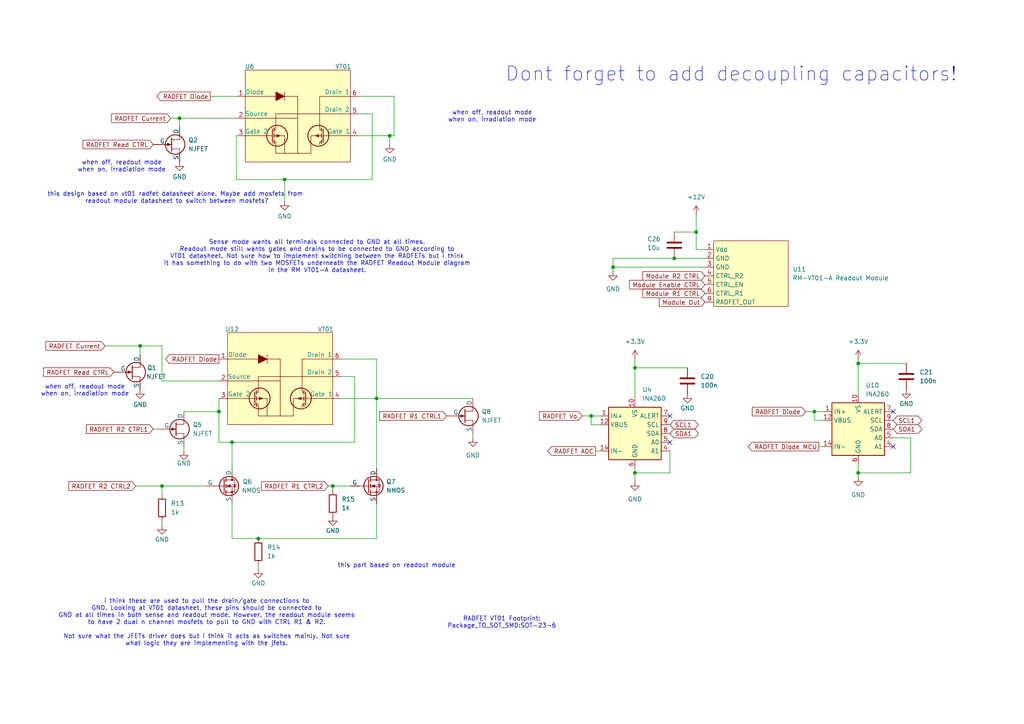
<source format=kicad_sch>
(kicad_sch (version 20250114) (generator "eeschema") (generator_version "9.0")
  (paper "A4")
  (lib_symbols
    (symbol "Cygnet Skywalker v1:RM_VT01_A_RADFET Readout Module"
      (property "Reference" "U" (at 0 3.556 0))
      (symbol "RM_VT01_A_RADFET Readout Module_1_1"
        (rectangle (start -10.16 2.54) (end 11.43 -16.51) (fill (type background)))
        (pin input line (at -12.7 0 0) (length 2.54) (name "Vdd") (number "1"))
        (pin output line (at -12.7 -2.54 0) (length 2.54) (name "GND") (number "2"))
        (pin output line (at -12.7 -5.08 0) (length 2.54) (name "GND") (number "3"))
        (pin input line (at -12.7 -7.62 0) (length 2.54) (name "CTRL_R2") (number "4"))
        (pin input line (at -12.7 -10.16 0) (length 2.54) (name "CTRL_EN") (number "5"))
        (pin input line (at -12.7 -12.7 0) (length 2.54) (name "CTRL_R1") (number "6"))
        (pin output line (at -12.7 -15.24 0) (length 2.54) (name "RADFET_OUT") (number "9"))
      )
    )
    (symbol "Device:C" (pin_numbers (hide yes)) (pin_names (offset 0.254))
      (property "Reference" "C" (at 0.635 2.54 0))
      (property "Value" "C" (at 0.635 -2.54 0))
      (symbol "C_0_1"
        (polyline (pts (xy -2.032 0.762) (xy 2.032 0.762)) (stroke (width 0.508)))
        (polyline (pts (xy -2.032 -0.762) (xy 2.032 -0.762)) (stroke (width 0.508)))
      )
      (symbol "C_1_1"
        (pin passive line (at 0 3.81 270) (length 2.794) (name "~") (number "1"))
        (pin passive line (at 0 -3.81 90) (length 2.794) (name "~") (number "2"))
      )
    )
    (symbol "Device:R" (pin_numbers (hide yes)) (pin_names (offset 0))
      (property "Reference" "R" (at 2.032 0 90))
      (property "Value" "R" (at 0 0 90))
      (symbol "R_0_1"
        (rectangle (start -1.016 -2.54) (end 1.016 2.54) (stroke (width 0.254)))
      )
      (symbol "R_1_1"
        (pin passive line (at 0 3.81 270) (length 1.27) (name "~") (number "1"))
        (pin passive line (at 0 -3.81 90) (length 1.27) (name "~") (number "2"))
      )
    )
    (symbol "Sensor:INA260"
      (property "Reference" "U" (at -6.35 8.89 0))
      (property "Value" "INA260" (at 2.54 8.89 0))
      (symbol "INA260_0_1"
        (rectangle (start -7.62 7.62) (end 7.62 -7.62) (stroke (width 0.254)) (fill (type background)))
      )
      (symbol "INA260_1_1"
        (pin passive line (at -10.16 5.08 0) (length 2.54) (name "IN+") (number "1"))
        (pin passive line (at -10.16 5.08 0) (length 2.54) (hide yes) (name "IN+") (number "2"))
        (pin passive line (at -10.16 5.08 0) (length 2.54) (hide yes) (name "IN+") (number "3"))
        (pin passive line (at -10.16 2.54 0) (length 2.54) (name "VBUS") (number "12"))
        (pin passive line (at -10.16 -5.08 0) (length 2.54) (name "IN-") (number "14"))
        (pin passive line (at -10.16 -5.08 0) (length 2.54) (hide yes) (name "IN-") (number "15"))
        (pin passive line (at -10.16 -5.08 0) (length 2.54) (hide yes) (name "IN-") (number "16"))
        (pin power_in line (at 0 10.16 270) (length 2.54) (name "VS") (number "10"))
        (pin passive line (at 0 -10.16 90) (length 2.54) (hide yes) (name "GND") (number "11"))
        (pin power_in line (at 0 -10.16 90) (length 2.54) (name "GND") (number "6"))
        (pin no_connect line (at 2.54 -7.62 90) (length 2.54) (hide yes) (name "NC") (number "13"))
        (pin open_collector line (at 10.16 5.08 180) (length 2.54) (name "ALERT") (number "7"))
        (pin input line (at 10.16 2.54 180) (length 2.54) (name "SCL") (number "9"))
        (pin bidirectional line (at 10.16 0 180) (length 2.54) (name "SDA") (number "8"))
        (pin input line (at 10.16 -2.54 180) (length 2.54) (name "A0") (number "5"))
        (pin input line (at 10.16 -5.08 180) (length 2.54) (name "A1") (number "4"))
      )
    )
    (symbol "Simulation_SPICE:NJFET" (pin_numbers (hide yes)) (pin_names (offset 0))
      (property "Reference" "Q" (at 5.08 1.27 0))
      (property "Value" "NJFET" (at 5.08 -1.27 0))
      (symbol "NJFET_0_1"
        (polyline (pts (xy 0 0) (xy -1.016 0.381) (xy -1.016 -0.381) (xy 0 0)) (fill (type outline)))
        (polyline (pts (xy 0.254 1.905) (xy 0.254 -1.905) (xy 0.254 -1.905)) (stroke (width 0.254)))
        (circle (center 1.27 0) (radius 2.8194) (stroke (width 0.254)))
        (polyline (pts (xy 2.54 2.54) (xy 2.54 1.397) (xy 0.254 1.397)))
        (polyline (pts (xy 2.54 -2.54) (xy 2.54 -1.27) (xy 0.254 -1.27)))
      )
      (symbol "NJFET_1_1"
        (pin input line (at -5.08 0 0) (length 5.334) (name "G") (number "2"))
        (pin passive line (at 2.54 5.08 270) (length 2.54) (name "D") (number "1"))
        (pin passive line (at 2.54 -5.08 90) (length 2.54) (name "S") (number "3"))
      )
    )
    (symbol "Simulation_SPICE:NMOS" (pin_numbers (hide yes)) (pin_names (offset 0))
      (property "Reference" "Q" (at 5.08 1.27 0))
      (property "Value" "NMOS" (at 5.08 -1.27 0))
      (symbol "NMOS_0_1"
        (polyline (pts (xy 0.254 1.905) (xy 0.254 -1.905)) (stroke (width 0.254)))
        (polyline (pts (xy 0.254 0) (xy -2.54 0)))
        (polyline (pts (xy 0.762 2.286) (xy 0.762 1.27)) (stroke (width 0.254)))
        (polyline (pts (xy 0.762 0.508) (xy 0.762 -0.508)) (stroke (width 0.254)))
        (polyline (pts (xy 0.762 -1.27) (xy 0.762 -2.286)) (stroke (width 0.254)))
        (polyline (pts (xy 0.762 -1.778) (xy 3.302 -1.778) (xy 3.302 1.778) (xy 0.762 1.778)))
        (polyline (pts (xy 1.016 0) (xy 2.032 0.381) (xy 2.032 -0.381) (xy 1.016 0)) (fill (type outline)))
        (circle (center 1.651 0) (radius 2.794) (stroke (width 0.254)))
        (polyline (pts (xy 2.54 2.54) (xy 2.54 1.778)))
        (circle (center 2.54 1.778) (radius 0.254) (fill (type outline)))
        (circle (center 2.54 -1.778) (radius 0.254) (fill (type outline)))
        (polyline (pts (xy 2.54 -2.54) (xy 2.54 0) (xy 0.762 0)))
        (polyline (pts (xy 2.794 0.508) (xy 2.921 0.381) (xy 3.683 0.381) (xy 3.81 0.254)))
        (polyline (pts (xy 3.302 0.381) (xy 2.921 -0.254) (xy 3.683 -0.254) (xy 3.302 0.381)))
      )
      (symbol "NMOS_1_1"
        (pin input line (at -5.08 0 0) (length 2.54) (name "G") (number "2"))
        (pin passive line (at 2.54 5.08 270) (length 2.54) (name "D") (number "1"))
        (pin passive line (at 2.54 -5.08 90) (length 2.54) (name "S") (number "3"))
      )
    )
    (symbol "Varadis_RADFETs:VT01" (pin_names (offset 0))
      (property "Reference" "U" (at -15.494 14.224 0))
      (property "Value" "VT01" (at 10.668 -15.494 0))
      (symbol "VT01_0_1"
        (polyline (pts (xy -15.24 5.08) (xy -6.35 5.08)))
        (polyline (pts (xy -7.366 -4.445) (xy -7.366 -8.255)) (stroke (width 0.254)))
        (polyline (pts (xy -7.366 -6.35) (xy -10.16 -6.35)))
        (polyline (pts (xy -6.858 -4.064) (xy -6.858 -5.08)) (stroke (width 0.254)))
        (polyline (pts (xy -6.858 -4.572) (xy -6.35 -4.572) (xy -6.35 -3.81)))
        (polyline (pts (xy -6.858 -5.842) (xy -6.858 -6.858)) (stroke (width 0.254)))
        (polyline (pts (xy -6.858 -7.62) (xy -6.858 -8.636)) (stroke (width 0.254)))
        (polyline (pts (xy -6.35 0) (xy 12.7 0)))
        (polyline (pts (xy -6.35 -3.81) (xy -6.35 0)))
        (polyline (pts (xy -6.35 -11.43) (xy -6.35 -8.128) (xy -6.858 -8.128)))
        (circle (center -5.969 -6.35) (radius 3.0294) (stroke (width 0.254)))
        (polyline (pts (xy -5.08 -6.35) (xy -6.096 -5.969) (xy -6.096 -6.731) (xy -5.08 -6.35)) (fill (type outline)))
        (polyline (pts (xy -3.81 6.35) (xy -3.81 3.81)))
        (polyline (pts (xy -3.81 5.08) (xy 0 5.08)))
        (polyline (pts (xy -3.81 -11.43) (xy -3.81 -6.35) (xy -6.858 -6.35)))
        (polyline (pts (xy 0 -1.27) (xy -15.24 -1.27)))
        (polyline (pts (xy 0 -11.43) (xy 0 5.08)))
        (polyline (pts (xy 3.81 -11.43) (xy 3.81 -6.35) (xy 6.858 -6.35)))
        (polyline (pts (xy 5.08 -6.35) (xy 6.096 -5.969) (xy 6.096 -6.731) (xy 5.08 -6.35)) (fill (type outline)))
        (circle (center 5.969 -6.35) (radius 3.0294) (stroke (width 0.254)))
        (polyline (pts (xy 6.35 5.08) (xy 15.24 5.08)))
        (polyline (pts (xy 6.35 -3.81) (xy 6.35 5.08)))
        (polyline (pts (xy 6.35 -8.89) (xy 6.35 -8.128) (xy 6.858 -8.128)))
        (polyline (pts (xy 6.858 -4.064) (xy 6.858 -5.08)) (stroke (width 0.254)))
        (polyline (pts (xy 6.858 -4.572) (xy 6.35 -4.572) (xy 6.35 -3.81)))
        (polyline (pts (xy 6.858 -5.842) (xy 6.858 -6.858)) (stroke (width 0.254)))
        (polyline (pts (xy 6.858 -7.62) (xy 6.858 -8.636)) (stroke (width 0.254)))
        (polyline (pts (xy 7.366 -4.445) (xy 7.366 -8.255)) (stroke (width 0.254)))
        (polyline (pts (xy 7.366 -6.35) (xy 10.16 -6.35)))
      )
      (symbol "VT01_1_1"
        (rectangle (start -15.24 12.7) (end 15.24 -13.97) (fill (type background)))
        (polyline (pts (xy -10.16 -6.35) (xy -15.24 -6.35)))
        (polyline (pts (xy -6.35 5.08) (xy -6.35 6.35) (xy -3.81 5.08) (xy -6.35 3.81) (xy -6.35 5.08)) (fill (type outline)))
        (polyline (pts (xy -6.35 -11.43) (xy 3.81 -11.43)))
        (polyline (pts (xy 10.16 -6.35) (xy 15.24 -6.35)))
        (polyline (pts (xy 12.7 0) (xy 15.24 0)))
        (text "Diode" (at -12.446 6.35 0) (effects (font (size 1.27 1.27))))
        (text "Source\n" (at -11.938 0 0) (effects (font (size 1.27 1.27))))
        (text "Gate 2" (at -11.938 -5.08 0) (effects (font (size 1.27 1.27))))
        (text "Drain 1" (at 11.43 6.35 0) (effects (font (size 1.27 1.27))))
        (text "Drain 2\n" (at 11.43 1.27 0) (effects (font (size 1.27 1.27))))
        (text "Gate 1" (at 11.938 -5.08 0) (effects (font (size 1.27 1.27))))
        (pin passive line (at -17.78 5.08 0) (length 2.54) (name "") (number "1"))
        (pin passive line (at -17.78 -1.27 0) (length 2.54) (name "") (number "2"))
        (pin passive line (at -17.78 -6.35 0) (length 2.54) (name "") (number "3"))
        (pin passive line (at 17.78 5.08 180) (length 2.54) (name "") (number "6"))
        (pin passive line (at 17.78 0 180) (length 2.54) (name "") (number "5"))
        (pin passive line (at 17.78 -6.35 180) (length 2.54) (name "") (number "4"))
      )
    )
    (symbol "power:+12V" (power) (pin_numbers (hide yes)) (pin_names (offset 0) (hide yes))
      (property "Value" "+12V" (at 0 3.556 0))
      (symbol "+12V_0_1"
        (polyline (pts (xy -0.762 1.27) (xy 0 2.54)))
        (polyline (pts (xy 0 2.54) (xy 0.762 1.27)))
        (polyline (pts (xy 0 0) (xy 0 2.54)))
      )
      (symbol "+12V_1_1"
        (pin power_in line (at 0 0 90) (length 0) (name "~") (number "1"))
      )
    )
    (symbol "power:+3.3V" (power) (pin_numbers (hide yes)) (pin_names (offset 0) (hide yes))
      (property "Value" "+3.3V" (at 0 3.556 0))
      (symbol "+3.3V_0_1"
        (polyline (pts (xy -0.762 1.27) (xy 0 2.54)))
        (polyline (pts (xy 0 2.54) (xy 0.762 1.27)))
        (polyline (pts (xy 0 0) (xy 0 2.54)))
      )
      (symbol "+3.3V_1_1"
        (pin power_in line (at 0 0 90) (length 0) (name "~") (number "1"))
      )
    )
    (symbol "power:GND" (power) (pin_numbers (hide yes)) (pin_names (offset 0) (hide yes))
      (property "Value" "GND" (at 0 -3.81 0))
      (symbol "GND_0_1"
        (polyline (pts (xy 0 0) (xy 0 -1.27) (xy 1.27 -1.27) (xy 0 -2.54) (xy -1.27 -1.27) (xy 0 -1.27)))
      )
      (symbol "GND_1_1"
        (pin power_in line (at 0 0 270) (length 0) (name "~") (number "1"))
      )
    )
  )
  (text "when off, readout mode\nwhen on, irradiation mode" (at 24.638 113.284 0) (effects (font (size 1.27 1.27))))
  (text "this part based on readout module" (at 115.062 164.084 0) (effects (font (size 1.27 1.27))))
  (text "i think these are used to pull the drain/gate connections to\nGND. Looking at VT01 datasheet, these pins should be connected to\nGND at all times in both sense and readout mode. However, the readout module seems\nto have 2 dual n channel mosfets to pull to GND with CTRL R1 & R2.\n\nNot sure what the JFETs driver does but i think it acts as switches mainly. Not sure\nwhat logic they are implementing with the jfets.\n\n" (at 59.944 181.61 0) (effects (font (size 1.27 1.27))))
  (text "Sense mode wants all terminals connected to GND at all times.\nReadout mode still wants gates and drains to be connected to GND according to\nVT01 datasheet. Not sure how to implement switching between the RADFETs but i think\nit has something to do with two MOSFETs underneath the RADFET Readout Module diagram\nin the RM VT01-A datasheet." (at 91.948 74.422 0) (effects (font (size 1.27 1.27))))
  (text "Dont forget to add decoupling capacitors!" (at 212.09 21.59 0) (effects (font (size 4.064 4.064))))
  (text "when off, readout mode\nwhen on, irradiation mode" (at 142.748 33.782 0) (effects (font (size 1.27 1.27))))
  (text "this design based on vt01 radfet datasheet alone. Maybe add mosfets from \nreadout module datasheet to switch between mosfets?" (at 51.308 57.404 0) (effects (font (size 1.27 1.27))))
  (text "RADFET VT01 Footprint:\nPackage_TO_SOT_SMD:SOT-23-6" (at 145.542 180.594 0) (effects (font (size 1.27 1.27))))
  (text "when off, readout mode\nwhen on, irradiation mode" (at 35.306 48.26 0) (effects (font (size 1.27 1.27))))
  (junction (at 74.93 156.21))
  (junction (at 184.15 137.16))
  (junction (at 63.5 119.38))
  (junction (at 40.64 100.33))
  (junction (at 248.92 105.41))
  (junction (at 201.93 67.31))
  (junction (at 82.55 52.07))
  (junction (at 184.15 106.68))
  (junction (at 113.03 39.37))
  (junction (at 248.92 137.16))
  (junction (at 96.52 140.97))
  (junction (at 236.22 119.38))
  (junction (at 177.8 77.47))
  (junction (at 67.31 128.27))
  (junction (at 46.99 140.97))
  (junction (at 171.45 120.65))
  (junction (at 195.58 74.93))
  (junction (at 52.07 34.29))
  (junction (at 109.22 115.57))
  (no_connect (at 194.31 128.27))
  (no_connect (at 259.08 119.38))
  (no_connect (at 194.31 120.65))
  (no_connect (at 259.08 129.54))
  (wire (pts (xy 63.5 119.38) (xy 63.5 128.27)))
  (wire (pts (xy 168.91 120.65) (xy 171.45 120.65)))
  (wire (pts (xy 53.34 119.38) (xy 63.5 119.38)))
  (wire (pts (xy 99.06 115.57) (xy 109.22 115.57)))
  (wire (pts (xy 30.48 100.33) (xy 40.64 100.33)))
  (wire (pts (xy 46.99 140.97) (xy 59.69 140.97)))
  (wire (pts (xy 113.03 41.91) (xy 113.03 39.37)))
  (wire (pts (xy 248.92 134.62) (xy 248.92 137.16)))
  (wire (pts (xy 236.22 119.38) (xy 238.76 119.38)))
  (wire (pts (xy 39.37 140.97) (xy 46.99 140.97)))
  (wire (pts (xy 109.22 104.14) (xy 99.06 104.14)))
  (wire (pts (xy 67.31 128.27) (xy 102.87 128.27)))
  (wire (pts (xy 95.25 140.97) (xy 96.52 140.97)))
  (wire (pts (xy 201.93 72.39) (xy 204.47 72.39)))
  (wire (pts (xy 184.15 137.16) (xy 184.15 139.7)))
  (wire (pts (xy 184.15 106.68) (xy 184.15 115.57)))
  (wire (pts (xy 233.68 119.38) (xy 236.22 119.38)))
  (wire (pts (xy 49.53 34.29) (xy 52.07 34.29)))
  (wire (pts (xy 46.99 140.97) (xy 46.99 143.51)))
  (wire (pts (xy 67.31 156.21) (xy 67.31 146.05)))
  (wire (pts (xy 40.64 100.33) (xy 46.99 100.33)))
  (wire (pts (xy 52.07 34.29) (xy 52.07 36.83)))
  (wire (pts (xy 44.45 124.46) (xy 45.72 124.46)))
  (wire (pts (xy 104.14 39.37) (xy 113.03 39.37)))
  (wire (pts (xy 67.31 156.21) (xy 74.93 156.21)))
  (wire (pts (xy 201.93 62.23) (xy 201.93 67.31)))
  (wire (pts (xy 195.58 74.93) (xy 204.47 74.93)))
  (wire (pts (xy 46.99 100.33) (xy 46.99 110.49)))
  (wire (pts (xy 74.93 165.1) (xy 74.93 163.83)))
  (wire (pts (xy 248.92 137.16) (xy 264.16 137.16)))
  (wire (pts (xy 177.8 77.47) (xy 204.47 77.47)))
  (wire (pts (xy 74.93 156.21) (xy 109.22 156.21)))
  (wire (pts (xy 68.58 52.07) (xy 82.55 52.07)))
  (wire (pts (xy 184.15 135.89) (xy 184.15 137.16)))
  (wire (pts (xy 46.99 151.13) (xy 46.99 152.4)))
  (wire (pts (xy 236.22 121.92) (xy 238.76 121.92)))
  (wire (pts (xy 248.92 105.41) (xy 248.92 114.3)))
  (wire (pts (xy 177.8 78.74) (xy 177.8 77.47)))
  (wire (pts (xy 194.31 130.81) (xy 194.31 137.16)))
  (wire (pts (xy 96.52 140.97) (xy 96.52 142.24)))
  (wire (pts (xy 107.95 33.02) (xy 104.14 33.02)))
  (wire (pts (xy 63.5 115.57) (xy 63.5 119.38)))
  (wire (pts (xy 52.07 34.29) (xy 68.58 34.29)))
  (wire (pts (xy 46.99 110.49) (xy 63.5 110.49)))
  (wire (pts (xy 107.95 52.07) (xy 107.95 33.02)))
  (wire (pts (xy 172.72 130.81) (xy 173.99 130.81)))
  (wire (pts (xy 137.16 127) (xy 137.16 125.73)))
  (wire (pts (xy 177.8 74.93) (xy 177.8 77.47)))
  (wire (pts (xy 82.55 58.42) (xy 82.55 52.07)))
  (wire (pts (xy 171.45 120.65) (xy 173.99 120.65)))
  (wire (pts (xy 60.96 27.94) (xy 68.58 27.94)))
  (wire (pts (xy 68.58 39.37) (xy 68.58 52.07)))
  (wire (pts (xy 171.45 123.19) (xy 173.99 123.19)))
  (wire (pts (xy 109.22 115.57) (xy 109.22 104.14)))
  (wire (pts (xy 201.93 67.31) (xy 201.93 72.39)))
  (wire (pts (xy 109.22 156.21) (xy 109.22 146.05)))
  (wire (pts (xy 264.16 127) (xy 259.08 127)))
  (wire (pts (xy 237.49 129.54) (xy 238.76 129.54)))
  (wire (pts (xy 184.15 104.14) (xy 184.15 106.68)))
  (wire (pts (xy 248.92 137.16) (xy 248.92 138.43)))
  (wire (pts (xy 82.55 52.07) (xy 107.95 52.07)))
  (wire (pts (xy 195.58 67.31) (xy 201.93 67.31)))
  (wire (pts (xy 171.45 120.65) (xy 171.45 123.19)))
  (wire (pts (xy 114.3 27.94) (xy 104.14 27.94)))
  (wire (pts (xy 248.92 104.14) (xy 248.92 105.41)))
  (wire (pts (xy 184.15 106.68) (xy 199.39 106.68)))
  (wire (pts (xy 264.16 137.16) (xy 264.16 127)))
  (wire (pts (xy 67.31 128.27) (xy 67.31 135.89)))
  (wire (pts (xy 102.87 109.22) (xy 99.06 109.22)))
  (wire (pts (xy 109.22 115.57) (xy 137.16 115.57)))
  (wire (pts (xy 102.87 128.27) (xy 102.87 109.22)))
  (wire (pts (xy 177.8 74.93) (xy 195.58 74.93)))
  (wire (pts (xy 109.22 115.57) (xy 109.22 135.89)))
  (wire (pts (xy 114.3 39.37) (xy 114.3 27.94)))
  (wire (pts (xy 248.92 105.41) (xy 262.89 105.41)))
  (wire (pts (xy 113.03 39.37) (xy 114.3 39.37)))
  (wire (pts (xy 96.52 140.97) (xy 101.6 140.97)))
  (wire (pts (xy 63.5 128.27) (xy 67.31 128.27)))
  (wire (pts (xy 40.64 100.33) (xy 40.64 102.87)))
  (wire (pts (xy 236.22 119.38) (xy 236.22 121.92)))
  (wire (pts (xy 53.34 130.81) (xy 53.34 129.54)))
  (wire (pts (xy 194.31 137.16) (xy 184.15 137.16)))
  (global_label "RADFET Diode" (shape output) (at 60.96 27.94 180) (property "Intersheetrefs" "${INTERSHEET_REFS}" (effects (hide yes))))
  (global_label "RADFET Current" (shape input) (at 49.53 34.29 180) (property "Intersheetrefs" "${INTERSHEET_REFS}" (effects (hide yes))))
  (global_label "Module R1 CTRL" (shape input) (at 204.47 85.09 180) (property "Intersheetrefs" "${INTERSHEET_REFS}" (effects (hide yes))))
  (global_label "RADFET Diode MCU" (shape output) (at 237.49 129.54 180) (property "Intersheetrefs" "${INTERSHEET_REFS}" (effects (hide yes))))
  (global_label "Module R2 CTRL" (shape input) (at 204.47 80.01 180) (property "Intersheetrefs" "${INTERSHEET_REFS}" (effects (hide yes))))
  (global_label "SDA1" (shape bidirectional) (at 194.31 125.73 0) (property "Intersheetrefs" "${INTERSHEET_REFS}" (effects (hide yes))))
  (global_label "RADFET Vo" (shape input) (at 168.91 120.65 180) (property "Intersheetrefs" "${INTERSHEET_REFS}" (effects (hide yes))))
  (global_label "Module Enable CTRL" (shape input) (at 204.47 82.55 180) (property "Intersheetrefs" "${INTERSHEET_REFS}" (effects (hide yes))))
  (global_label "RADFET Current" (shape input) (at 30.48 100.33 180) (property "Intersheetrefs" "${INTERSHEET_REFS}" (effects (hide yes))))
  (global_label "RADFET R2 CTRL1" (shape input) (at 44.45 124.46 180) (property "Intersheetrefs" "${INTERSHEET_REFS}" (effects (hide yes))))
  (global_label "SCL1" (shape bidirectional) (at 194.31 123.19 0) (property "Intersheetrefs" "${INTERSHEET_REFS}" (effects (hide yes))))
  (global_label "SCL1" (shape bidirectional) (at 259.08 121.92 0) (property "Intersheetrefs" "${INTERSHEET_REFS}" (effects (hide yes))))
  (global_label "RADFET R1 CTRL1" (shape input) (at 129.54 120.65 180) (property "Intersheetrefs" "${INTERSHEET_REFS}" (effects (hide yes))))
  (global_label "RADFET R1 CTRL2" (shape input) (at 95.25 140.97 180) (property "Intersheetrefs" "${INTERSHEET_REFS}" (effects (hide yes))))
  (global_label "RADFET Read CTRL" (shape input) (at 33.02 107.95 180) (property "Intersheetrefs" "${INTERSHEET_REFS}" (effects (hide yes))))
  (global_label "Module Out" (shape input) (at 204.47 87.63 180) (property "Intersheetrefs" "${INTERSHEET_REFS}" (effects (hide yes))))
  (global_label "SDA1" (shape bidirectional) (at 259.08 124.46 0) (property "Intersheetrefs" "${INTERSHEET_REFS}" (effects (hide yes))))
  (global_label "RADFET Diode" (shape output) (at 63.5 104.14 180) (property "Intersheetrefs" "${INTERSHEET_REFS}" (effects (hide yes))))
  (global_label "RADFET ADC" (shape output) (at 172.72 130.81 180) (property "Intersheetrefs" "${INTERSHEET_REFS}" (effects (hide yes))))
  (global_label "RADFET R2 CTRL2" (shape input) (at 39.37 140.97 180) (property "Intersheetrefs" "${INTERSHEET_REFS}" (effects (hide yes))))
  (global_label "RADFET Read CTRL" (shape input) (at 44.45 41.91 180) (property "Intersheetrefs" "${INTERSHEET_REFS}" (effects (hide yes))))
  (global_label "RADFET Diode" (shape input) (at 233.68 119.38 180) (property "Intersheetrefs" "${INTERSHEET_REFS}" (effects (hide yes))))
  (symbol (lib_id "Varadis_RADFETs:VT01") (at 86.36 33.02 0) (unit 1)
    (property "Reference" "U6" (at 72.39 19.304 0))
    (property "Value" "VT01" (at 99.568 19.304 0))
    (property "Footprint" "Package_TO_SOT_SMD:SOT-23-6" (effects (hide yes)))
    (property "Datasheet" "https://www.varadis.com/wp-content/uploads/2023/09/VT01-400nm-Datasheet-rev2.2-19-April-2022.pdf" (effects (hide yes)))
    (property "Description" "Varadis RADFET VT01" (effects (hide yes)))
  )
  (symbol (lib_id "Simulation_SPICE:NMOS") (at 106.68 140.97 0) (unit 1)
    (property "Reference" "Q7" (at 112.014 139.7 0) (effects (justify left)))
    (property "Value" "NMOS" (at 112.014 142.24 0) (effects (justify left)))
    (property "Datasheet" "https://ngspice.sourceforge.io/docs/ngspice-html-manual/manual.xhtml#cha_MOSFETs" (effects (hide yes)))
    (property "Description" "N-MOSFET transistor, drain/source/gate" (effects (hide yes)))
    (property "Sim.Device" "NMOS" (effects (hide yes)))
    (property "Sim.Type" "VDMOS" (effects (hide yes)))
    (property "Sim.Pins" "1=D 2=G 3=S" (effects (hide yes)))
  )
  (symbol (lib_id "power:GND") (at 262.89 113.03 0) (unit 1)
    (property "Reference" "#PWR066" (effects (hide yes)))
    (property "Value" "GND" (at 262.89 117.094 0))
    (property "Description" "Power symbol creates a global label with name \"GND\" , ground" (effects (hide yes)))
  )
  (symbol (lib_id "power:GND") (at 184.15 139.7 0) (unit 1)
    (property "Reference" "#PWR030" (effects (hide yes)))
    (property "Value" "GND" (at 184.15 144.78 0))
    (property "Description" "Power symbol creates a global label with name \"GND\" , ground" (effects (hide yes)))
  )
  (symbol (lib_id "power:GND") (at 113.03 41.91 0) (unit 1)
    (property "Reference" "#PWR052" (effects (hide yes)))
    (property "Value" "GND" (at 113.03 46.228 0))
    (property "Description" "Power symbol creates a global label with name \"GND\" , ground" (effects (hide yes)))
  )
  (symbol (lib_id "Device:C") (at 262.89 109.22 0) (unit 1)
    (property "Reference" "C21" (at 266.7 107.9499 0) (effects (justify left)))
    (property "Value" "100n" (at 266.7 110.4899 0) (effects (justify left)))
  )
  (symbol (lib_id "Simulation_SPICE:NJFET") (at 38.1 107.95 0) (unit 1)
    (property "Reference" "Q1" (at 42.672 106.68 0) (effects (justify left)))
    (property "Value" "NJFET" (at 42.418 109.22 0) (effects (justify left)))
    (property "Datasheet" "https://ngspice.sourceforge.io/docs/ngspice-html-manual/manual.xhtml#cha_JFETs" (effects (hide yes)))
    (property "Description" "N-JFET transistor, for simulation only" (effects (hide yes)))
    (property "Sim.Device" "NJFET" (effects (hide yes)))
    (property "Sim.Type" "SHICHMANHODGES" (effects (hide yes)))
    (property "Sim.Pins" "1=D 2=G 3=S" (effects (hide yes)))
  )
  (symbol (lib_id "power:GND") (at 199.39 114.3 0) (unit 1)
    (property "Reference" "#PWR065" (effects (hide yes)))
    (property "Value" "GND" (at 199.39 118.364 0))
    (property "Description" "Power symbol creates a global label with name \"GND\" , ground" (effects (hide yes)))
  )
  (symbol (lib_id "power:GND") (at 137.16 127 0) (unit 1)
    (property "Reference" "#PWR058" (effects (hide yes)))
    (property "Value" "GND" (at 137.16 132.08 0))
    (property "Description" "Power symbol creates a global label with name \"GND\" , ground" (effects (hide yes)))
  )
  (symbol (lib_id "Simulation_SPICE:NMOS") (at 64.77 140.97 0) (unit 1)
    (property "Reference" "Q6" (at 70.358 139.7 0) (effects (justify left)))
    (property "Value" "NMOS" (at 70.104 142.24 0) (effects (justify left)))
    (property "Datasheet" "https://ngspice.sourceforge.io/docs/ngspice-html-manual/manual.xhtml#cha_MOSFETs" (effects (hide yes)))
    (property "Description" "N-MOSFET transistor, drain/source/gate" (effects (hide yes)))
    (property "Sim.Device" "NMOS" (effects (hide yes)))
    (property "Sim.Type" "VDMOS" (effects (hide yes)))
    (property "Sim.Pins" "1=D 2=G 3=S" (effects (hide yes)))
  )
  (symbol (lib_id "Simulation_SPICE:NJFET") (at 50.8 124.46 0) (unit 1)
    (property "Reference" "Q5" (at 55.88 123.1899 0) (effects (justify left)))
    (property "Value" "NJFET" (at 55.88 125.7299 0) (effects (justify left)))
    (property "Datasheet" "https://ngspice.sourceforge.io/docs/ngspice-html-manual/manual.xhtml#cha_JFETs" (effects (hide yes)))
    (property "Description" "N-JFET transistor, for simulation only" (effects (hide yes)))
    (property "Sim.Device" "NJFET" (effects (hide yes)))
    (property "Sim.Type" "SHICHMANHODGES" (effects (hide yes)))
    (property "Sim.Pins" "1=D 2=G 3=S" (effects (hide yes)))
  )
  (symbol (lib_id "power:GND") (at 46.99 152.4 0) (unit 1)
    (property "Reference" "#PWR053" (effects (hide yes)))
    (property "Value" "GND" (at 46.99 156.464 0))
    (property "Description" "Power symbol creates a global label with name \"GND\" , ground" (effects (hide yes)))
  )
  (symbol (lib_id "Device:C") (at 195.58 71.12 0) (unit 1)
    (property "Reference" "C26" (at 187.706 69.342 0) (effects (justify left)))
    (property "Value" "10u" (at 187.706 71.882 0) (effects (justify left)))
  )
  (symbol (lib_id "power:+3.3V") (at 248.92 104.14 0) (unit 1)
    (property "Reference" "#PWR046" (effects (hide yes)))
    (property "Value" "+3.3V" (at 248.92 99.06 0))
    (property "Description" "Power symbol creates a global label with name \"+3.3V\"" (effects (hide yes)))
  )
  (symbol (lib_id "Sensor:INA260") (at 248.92 124.46 0) (unit 1)
    (property "Reference" "U10" (at 251.0633 111.76 0) (effects (justify left)))
    (property "Value" "INA260" (at 251.0633 114.3 0) (effects (justify left)))
    (property "Footprint" "Package_SO:TSSOP-16_4.4x5mm_P0.65mm" (effects (hide yes)))
    (property "Datasheet" "http://www.ti.com/lit/ds/symlink/ina260.pdf" (effects (hide yes)))
    (property "Description" "Current/power/voltage monitor with Integrated 2mΩ Shunt Resistor, 2.7V - 5.5V, I2C, TSSOP-16" (effects (hide yes)))
  )
  (symbol (lib_id "power:GND") (at 82.55 58.42 0) (unit 1)
    (property "Reference" "#PWR045" (effects (hide yes)))
    (property "Value" "GND" (at 82.55 62.738 0))
    (property "Description" "Power symbol creates a global label with name \"GND\" , ground" (effects (hide yes)))
  )
  (symbol (lib_id "Simulation_SPICE:NJFET") (at 134.62 120.65 0) (unit 1)
    (property "Reference" "Q8" (at 139.7 119.3799 0) (effects (justify left)))
    (property "Value" "NJFET" (at 139.7 121.9199 0) (effects (justify left)))
    (property "Datasheet" "https://ngspice.sourceforge.io/docs/ngspice-html-manual/manual.xhtml#cha_JFETs" (effects (hide yes)))
    (property "Description" "N-JFET transistor, for simulation only" (effects (hide yes)))
    (property "Sim.Device" "NJFET" (effects (hide yes)))
    (property "Sim.Type" "SHICHMANHODGES" (effects (hide yes)))
    (property "Sim.Pins" "1=D 2=G 3=S" (effects (hide yes)))
  )
  (symbol (lib_id "Device:R") (at 46.99 147.32 0) (unit 1)
    (property "Reference" "R13" (at 49.53 146.0499 0) (effects (justify left)))
    (property "Value" "1k" (at 49.53 148.5899 0) (effects (justify left)))
    (property "Description" "Resistor" (effects (hide yes)))
  )
  (symbol (lib_id "power:+3.3V") (at 184.15 104.14 0) (unit 1)
    (property "Reference" "#PWR029" (effects (hide yes)))
    (property "Value" "+3.3V" (at 184.15 99.06 0))
    (property "Description" "Power symbol creates a global label with name \"+3.3V\"" (effects (hide yes)))
  )
  (symbol (lib_id "Device:C") (at 199.39 110.49 0) (unit 1)
    (property "Reference" "C20" (at 203.2 109.2199 0) (effects (justify left)))
    (property "Value" "100n" (at 203.2 111.7599 0) (effects (justify left)))
  )
  (symbol (lib_id "Varadis_RADFETs:VT01") (at 81.28 109.22 0) (unit 1)
    (property "Reference" "U12" (at 67.31 95.504 0))
    (property "Value" "VT01" (at 94.488 95.504 0))
    (property "Footprint" "Package_TO_SOT_SMD:SOT-23-6" (effects (hide yes)))
    (property "Datasheet" "https://www.varadis.com/wp-content/uploads/2023/09/VT01-400nm-Datasheet-rev2.2-19-April-2022.pdf" (effects (hide yes)))
    (property "Description" "Varadis RADFET VT01" (effects (hide yes)))
  )
  (symbol (lib_id "power:GND") (at 40.64 113.03 0) (unit 1)
    (property "Reference" "#PWR059" (effects (hide yes)))
    (property "Value" "GND" (at 40.64 117.348 0))
    (property "Description" "Power symbol creates a global label with name \"GND\" , ground" (effects (hide yes)))
  )
  (symbol (lib_id "power:GND") (at 74.93 165.1 0) (unit 1)
    (property "Reference" "#PWR056" (effects (hide yes)))
    (property "Value" "GND" (at 74.93 169.164 0))
    (property "Description" "Power symbol creates a global label with name \"GND\" , ground" (effects (hide yes)))
  )
  (symbol (lib_id "Device:R") (at 96.52 146.05 0) (unit 1)
    (property "Reference" "R15" (at 99.06 144.7799 0) (effects (justify left)))
    (property "Value" "1k" (at 99.06 147.3199 0) (effects (justify left)))
    (property "Description" "Resistor" (effects (hide yes)))
  )
  (symbol (lib_id "power:GND") (at 177.8 78.74 0) (unit 1)
    (property "Reference" "#PWR049" (effects (hide yes)))
    (property "Value" "GND" (at 177.8 83.82 0))
    (property "Description" "Power symbol creates a global label with name \"GND\" , ground" (effects (hide yes)))
  )
  (symbol (lib_id "power:GND") (at 96.52 149.86 0) (unit 1)
    (property "Reference" "#PWR057" (effects (hide yes)))
    (property "Value" "GND" (at 96.52 153.924 0))
    (property "Description" "Power symbol creates a global label with name \"GND\" , ground" (effects (hide yes)))
  )
  (symbol (lib_id "Sensor:INA260") (at 184.15 125.73 0) (unit 1)
    (property "Reference" "U4" (at 186.2933 113.03 0) (effects (justify left)))
    (property "Value" "INA260" (at 186.2933 115.57 0) (effects (justify left)))
    (property "Footprint" "Package_SO:TSSOP-16_4.4x5mm_P0.65mm" (effects (hide yes)))
    (property "Datasheet" "http://www.ti.com/lit/ds/symlink/ina260.pdf" (effects (hide yes)))
    (property "Description" "Current/power/voltage monitor with Integrated 2mΩ Shunt Resistor, 2.7V - 5.5V, I2C, TSSOP-16" (effects (hide yes)))
  )
  (symbol (lib_id "Device:R") (at 74.93 160.02 0) (unit 1)
    (property "Reference" "R14" (at 77.47 158.7499 0) (effects (justify left)))
    (property "Value" "1k" (at 77.47 161.2899 0) (effects (justify left)))
    (property "Description" "Resistor" (effects (hide yes)))
  )
  (symbol (lib_id "Simulation_SPICE:NJFET") (at 49.53 41.91 0) (unit 1)
    (property "Reference" "Q2" (at 54.61 40.6399 0) (effects (justify left)))
    (property "Value" "NJFET" (at 54.61 43.1799 0) (effects (justify left)))
    (property "Datasheet" "https://ngspice.sourceforge.io/docs/ngspice-html-manual/manual.xhtml#cha_JFETs" (effects (hide yes)))
    (property "Description" "N-JFET transistor, for simulation only" (effects (hide yes)))
    (property "Sim.Device" "NJFET" (effects (hide yes)))
    (property "Sim.Type" "SHICHMANHODGES" (effects (hide yes)))
    (property "Sim.Pins" "1=D 2=G 3=S" (effects (hide yes)))
  )
  (symbol (lib_id "Cygnet Skywalker v1:RM_VT01_A_RADFET Readout Module") (at 217.17 72.39 0) (unit 1)
    (property "Reference" "U11" (at 229.87 78.1049 0) (effects (justify left)))
    (property "Value" "RM-VT01-A Readout Module" (at 229.87 80.6449 0) (effects (justify left)))
  )
  (symbol (lib_id "power:GND") (at 248.92 138.43 0) (unit 1)
    (property "Reference" "#PWR047" (effects (hide yes)))
    (property "Value" "GND" (at 248.92 143.51 0))
    (property "Description" "Power symbol creates a global label with name \"GND\" , ground" (effects (hide yes)))
  )
  (symbol (lib_id "power:GND") (at 53.34 130.81 0) (unit 1)
    (property "Reference" "#PWR054" (effects (hide yes)))
    (property "Value" "GND" (at 53.34 134.366 0))
    (property "Description" "Power symbol creates a global label with name \"GND\" , ground" (effects (hide yes)))
  )
  (symbol (lib_id "power:GND") (at 52.07 46.99 0) (unit 1)
    (property "Reference" "#PWR050" (effects (hide yes)))
    (property "Value" "GND" (at 52.07 51.308 0))
    (property "Description" "Power symbol creates a global label with name \"GND\" , ground" (effects (hide yes)))
  )
  (symbol (lib_id "power:+12V") (at 201.93 62.23 0) (unit 1)
    (property "Reference" "#PWR048" (effects (hide yes)))
    (property "Value" "+12V" (at 201.93 57.15 0))
    (property "Description" "Power symbol creates a global label with name \"+12V\"" (effects (hide yes)))
  )
)
</source>
